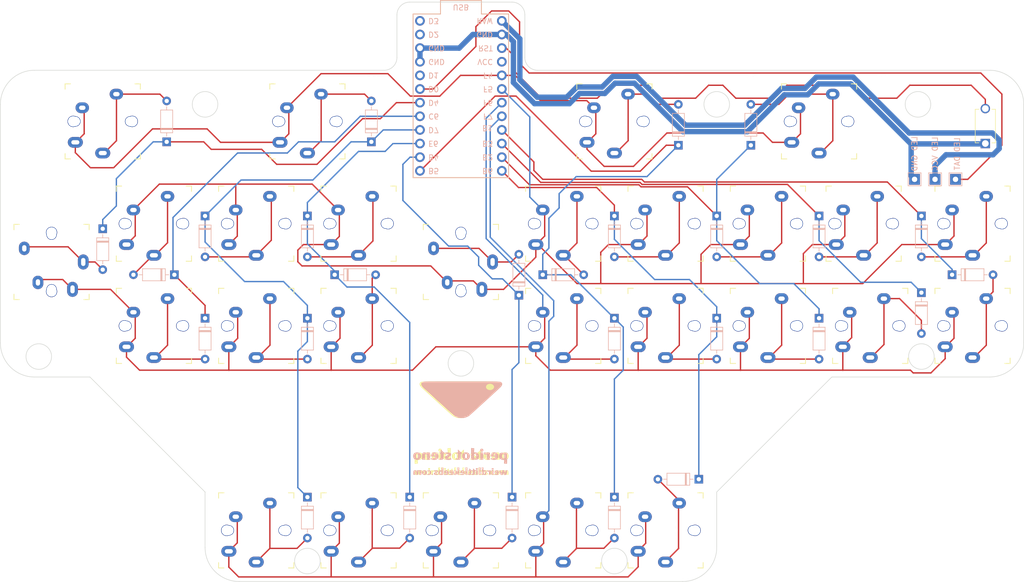
<source format=kicad_pcb>
(kicad_pcb (version 20211014) (generator pcbnew)
  (layers (0 "F.Cu" signal) (31 "B.Cu" signal) (34 "B.Paste" user) (35 "F.Paste" user) (36 "B.SilkS" user "B.Silkscreen") (37 "F.SilkS" user "F.Silkscreen") (38 "B.Mask" user) (39 "F.Mask" user) (44 "Edge.Cuts" user))
  (net 0 "")
  (net 1 "COL0")
  (net 2 "Net-(D1-Pad2)")
  (net 3 "Net-(D3-Pad2)")
  (net 4 "COL1")
  (net 5 "Net-(D7-Pad2)")
  (net 6 "Net-(D8-Pad2)")
  (net 7 "COL2")
  (net 8 "Net-(D10-Pad2)")
  (net 9 "Net-(D11-Pad2)")
  (net 10 "Net-(D12-Pad2)")
  (net 11 "COL3")
  (net 12 "Net-(D16-Pad2)")
  (net 13 "Net-(D17-Pad2)")
  (net 14 "Net-(D18-Pad2)")
  (net 15 "COL4")
  (net 16 "Net-(D20-Pad2)")
  (net 17 "Net-(D22-Pad2)")
  (net 18 "COL5")
  (net 19 "Net-(D24-Pad2)")
  (net 20 "Net-(D25-Pad2)")
  (net 21 "Net-(D26-Pad2)")
  (net 22 "Net-(D27-Pad2)")
  (net 23 "COL6")
  (net 24 "Net-(D29-Pad2)")
  (net 25 "Net-(D30-Pad2)")
  (net 26 "Net-(D31-Pad2)")
  (net 27 "COL7")
  (net 28 "Net-(D32-Pad2)")
  (net 29 "Net-(D33-Pad2)")
  (net 30 "Net-(D34-Pad2)")
  (net 31 "Net-(D35-Pad2)")
  (net 32 "COL8")
  (net 33 "Net-(D37-Pad2)")
  (net 34 "Net-(D38-Pad2)")
  (net 35 "COL9")
  (net 36 "Net-(D41-Pad2)")
  (net 37 "Net-(D42-Pad2)")
  (net 38 "GND")
  (net 39 "+5V")
  (net 40 "LED_DAT")
  (net 41 "RESET")
  (net 42 "ROW0")
  (net 43 "ROW2")
  (net 44 "ROW1")
  (net 45 "ROW3")
  (footprint "FOOTPRINTS:CherryMX_Choc_1u" (layer "F.Cu") (at 161.925 66.675)
    (fp_text reference "SW26" hide)
    (fp_text value "F" hide)
  )
  (footprint "FOOTPRINTS:CherryMX_Choc_1u" (layer "F.Cu") (at 104.775 123.825)
    (fp_text reference "SW19" hide)
    (fp_text value "A" hide)
  )
  (footprint "FOOTPRINTS:CherryMX_Choc_1u" (layer "F.Cu") (at 123.825 66.675)
    (fp_text reference "SW17" hide)
    (fp_text value "H" hide)
  )
  (footprint "FOOTPRINTS:CherryMX_Choc_1u" (layer "F.Cu") (at 238.125 66.675)
    (fp_text reference "SW42" hide)
    (fp_text value "D" hide)
  )
  (footprint "FOOTPRINTS:CherryMX_Choc_1u" (layer "F.Cu") (at 161.925 85.725)
    (fp_text reference "SW27" hide)
    (fp_text value "R" hide)
  )
  (footprint "FOOTPRINTS:CherryMX_Choc_1u" (layer "F.Cu") (at 180.975 123.825)
    (fp_text reference "SW36" hide)
    (fp_text value "U" hide)
  )
  (footprint "FOOTPRINTS:CherryMX_Choc_1u" (layer "F.Cu") (at 142.875 73.81875 90)
    (fp_text reference "SW21" hide)
    (fp_text value "*" hide)
  )
  (footprint "FOOTPRINTS:CherryMX_Choc_1u" (layer "F.Cu") (at 161.925 123.825)
    (fp_text reference "SW32" hide)
    (fp_text value "E" hide)
  )
  (footprint "FOOTPRINTS:CherryMX_Choc_1u" (layer "F.Cu") (at 142.875 123.825)
    (fp_text reference "SW28" hide)
    (fp_text value "*" hide)
  )
  (footprint "FOOTPRINTS:CherryMX_Choc_1u" (layer "F.Cu") (at 209.55 47.625)
    (fp_text reference "SW33" hide)
    (fp_text value "#" hide)
  )
  (footprint "FOOTPRINTS:CherryMX_Choc_1u" (layer "F.Cu") (at 200.025 66.675)
    (fp_text reference "SW34" hide)
    (fp_text value "L" hide)
  )
  (footprint "FOOTPRINTS:Stabilizer_MX_2u" (layer "F.Cu") (at 209.55 47.625)
    (fp_text reference "REF**" hide)
    (fp_text value "Stabilizer_MX_2u" hide)
  )
  (footprint "FOOTPRINTS:CherryMX_Choc_1u" (layer "F.Cu") (at 219.075 85.725)
    (fp_text reference "SW39" hide)
    (fp_text value "S" hide)
  )
  (footprint "FOOTPRINTS:CherryMX_Choc_1u" (layer "F.Cu") (at 180.975 85.725)
    (fp_text reference "SW31" hide)
    (fp_text value "B" hide)
  )
  (footprint "FOOTPRINTS:CherryMX_Choc_1u" (layer "F.Cu") (at 85.725 85.725)
    (fp_text reference "SW9" hide)
    (fp_text value "K" hide)
  )
  (footprint "FOOTPRINTS:ProMicro" (layer "F.Cu") (at 142.875 42.8625 -90)
    (fp_text reference "U1" hide)
    (fp_text value "ProMicro")
  )
  (footprint "FOOTPRINTS:CherryMX_Choc_1u" (layer "F.Cu") (at 104.775 66.675)
    (fp_text reference "SW12" hide)
    (fp_text value "P" hide)
  )
  (footprint "FOOTPRINTS:CherryMX_Choc_1u" (layer "F.Cu") (at 66.675 73.81875 90)
    (fp_text reference "SW4" hide)
    (fp_text value "S" hide)
  )
  (footprint "FOOTPRINTS:Stabilizer_MX_2u" (layer "F.Cu") (at 66.675 73.81875 90)
    (fp_text reference "REF**" hide)
    (fp_text value "Stabilizer_MX_2u" hide)
  )
  (footprint "FOOTPRINTS:Stabilizer_MX_2u" (layer "F.Cu") (at 142.875 73.81875 90)
    (fp_text reference "REF**" hide)
    (fp_text value "Stabilizer_MX_2u" hide)
  )
  (footprint "FOOTPRINTS:CherryMX_Choc_1u" (layer "F.Cu") (at 114.3 47.625)
    (fp_text reference "SW11" hide)
    (fp_text value "#" hide)
  )
  (footprint "FOOTPRINTS:Stabilizer_MX_2u" (layer "F.Cu") (at 171.45 47.625)
    (fp_text reference "REF**" hide)
    (fp_text value "Stabilizer_MX_2u" hide)
  )
  (footprint "FOOTPRINTS:1825965-1" (layer "F.Cu") (at 240.50625 45.24375 90)
    (fp_text reference "SW1")
    (fp_text value "RESET")
  )
  (footprint "FOOTPRINTS:CherryMX_Choc_1u" (layer "F.Cu") (at 217.85 66.675)
    (fp_text reference "SW38" hide)
    (fp_text value "T" hide)
  )
  (footprint "FOOTPRINTS:CherryMX_Choc_1u" (layer "F.Cu") (at 76.2 47.625)
    (fp_text reference "SW2" hide)
    (fp_text value "#" hide)
  )
  (footprint "FOOTPRINTS:Stabilizer_MX_2u" (layer "F.Cu") (at 76.2 47.625)
    (fp_text reference "REF**" hide)
    (fp_text value "Stabilizer_MX_2u" hide)
  )
  (footprint "FOOTPRINTS:CherryMX_Choc_1u" (layer "F.Cu") (at 200.025 85.725)
    (fp_text reference "SW35" hide)
    (fp_text value "G" hide)
  )
  (footprint "FOOTPRINTS:CherryMX_Choc_1u" (layer "F.Cu") (at 123.825 123.825)
    (fp_text reference "SW23" hide)
    (fp_text value "O" hide)
  )
  (footprint "FOOTPRINTS:CherryMX_Choc_1u" (layer "F.Cu") (at 171.45 47.625)
    (fp_text reference "SW25" hide)
    (fp_text value "#" hide)
  )
  (footprint "FOOTPRINTS:Stabilizer_MX_2u" (layer "F.Cu") (at 114.3 47.625)
    (fp_text reference "REF**" hide)
    (fp_text value "Stabilizer_MX_2u" hide)
  )
  (footprint "FOOTPRINTS:CherryMX_Choc_1u" (layer "F.Cu") (at 180.975 66.675)
    (fp_text reference "SW30" hide)
    (fp_text value "P" hide)
  )
  (footprint "FOOTPRINTS:CherryMX_Choc_1u" (layer "F.Cu") (at 238.125 85.725)
    (fp_text reference "SW43" hide)
    (fp_text value "Z" hide)
  )
  (footprint "FOOTPRINTS:STENO LOGO M" (layer "F.Cu") (at 142.875 104.775)
    (fp_text reference "G***")
    (fp_text value "LOGO" hide)
  )
  (footprint "FOOTPRINTS:CherryMX_Choc_1u" (layer "F.Cu") (at 85.725 66.675)
    (fp_text reference "SW8" hide)
    (fp_text value "T" hide)
  )
  (footprint "FOOTPRINTS:CherryMX_Choc_1u" (layer "F.Cu") (at 104.775 85.725)
    (fp_text reference "SW13" hide)
    (fp_text value "W" hide)
  )
  (footprint "FOOTPRINTS:CherryMX_Choc_1u" (layer "F.Cu") (at 123.825 85.725)
    (fp_text reference "SW18" hide)
    (fp_text value "R" hide)
  )
  (footprint "Diode_THT:D_DO-35_SOD27_P7.62mm_Horizontal" (layer "B.Cu") (at 152.4 117.63375 -90)
    (fp_text reference "D27")
    (fp_text value "D")
  )
  (footprint "Diode_THT:D_DO-35_SOD27_P7.62mm_Horizontal" (layer "B.Cu") (at 228.6 65.24625 -90)
    (fp_text reference "D41")
    (fp_text value "D")
  )
  (footprint "Diode_THT:D_DO-35_SOD27_P7.62mm_Horizontal" (layer "B.Cu") (at 190.5 65.24625 -90)
    (fp_text reference "D33")
    (fp_text value "D")
  )
  (footprint "Diode_THT:D_DO-35_SOD27_P7.62mm_Horizontal" (layer "B.Cu") (at 190.5 84.29625 -90)
    (fp_text reference "D30")
    (fp_text value "D")
  )
  (footprint "Diode_THT:D_DO-35_SOD27_P7.62mm_Horizontal" (layer "B.Cu") (at 171.45 117.63375 -90)
    (fp_text reference "D31")
    (fp_text value "D")
  )
  (footprint "Diode_THT:D_DO-35_SOD27_P7.62mm_Horizontal" (layer "B.Cu") (at 114.3 84.29625 -90)
    (fp_text reference "D12")
    (fp_text value "D")
  )
  (footprint "Diode_THT:D_DO-35_SOD27_P7.62mm_Horizontal" (layer "B.Cu") (at 133.35 117.63375 -90)
    (fp_text reference "D22")
    (fp_text value "D")
  )
  (footprint "Diode_THT:D_DO-35_SOD27_P7.62mm_Horizontal" (layer "B.Cu") (at 234.315 76.2)
    (fp_text reference "D42")
    (fp_text value "D")
  )
  (footprint "Diode_THT:D_DO-35_SOD27_P7.62mm_Horizontal" (layer "B.Cu") (at 209.55 65.24625 -90)
    (fp_text reference "D37")
    (fp_text value "D")
  )
  (footprint "Diode_THT:D_DO-35_SOD27_P7.62mm_Horizontal" (layer "B.Cu") (at 88.10625 51.435 90)
    (fp_text reference "D1")
    (fp_text value "D")
  )
  (footprint "Diode_THT:D_DO-35_SOD27_P7.62mm_Horizontal" (layer "B.Cu") (at 119.38 76.2)
    (fp_text reference "D17")
    (fp_text value "D")
  )
  (footprint "FOOTPRINTS:STENO LOGO M" (layer "B.Cu") (at 142.875 104.775 180)
    (fp_text reference "G***")
    (fp_text value "LOGO" hide)
  )
  (footprint "Diode_THT:D_DO-35_SOD27_P7.62mm_Horizontal" (layer "B.Cu") (at 171.45 65.24625 -90)
    (fp_text reference "D29")
    (fp_text value "D")
  )
  (footprint "TestPoint:TestPoint_THTPad_2.0x2.0mm_Drill1.0mm" (layer "B.Cu") (at 227.33 58.42)
    (fp_text reference "J3")
    (fp_text value "LED GND")
  )
  (footprint "Diode_THT:D_DO-35_SOD27_P7.62mm_Horizontal" (layer "B.Cu") (at 228.6 79.53375 -90)
    (fp_text reference "D38")
    (fp_text value "D")
  )
  (footprint "Diode_THT:D_DO-35_SOD27_P7.62mm_Horizontal" (layer "B.Cu") (at 158.115 76.2)
    (fp_text reference "D25")
    (fp_text value "D")
  )
  (footprint "Diode_THT:D_DO-35_SOD27_P7.62mm_Horizontal" (layer "B.Cu") (at 76.2 67.6275 -90)
    (fp_text reference "D3")
    (fp_text value "D")
  )
  (footprint "TestPoint:TestPoint_THTPad_2.0x2.0mm_Drill1.0mm" (layer "B.Cu") (at 231.14 58.42)
    (fp_text reference "J1")
    (fp_text value "LED VCC")
  )
  (footprint "Diode_THT:D_DO-35_SOD27_P7.62mm_Horizontal" (layer "B.Cu") (at 171.45 84.29625 -90)
    (fp_text reference "D26")
    (fp_text value "D")
  )
  (footprint "Diode_THT:D_DO-35_SOD27_P7.62mm_Horizontal" (layer "B.Cu") (at 114.3 65.24625 -90)
    (fp_text reference "D16")
    (fp_text value "D")
  )
  (footprint "TestPoint:TestPoint_THTPad_2.0x2.0mm_Drill1.0mm" (layer "B.Cu") (at 234.95 58.42)
    (fp_text reference "J2")
    (fp_text value "LED DAT")
  )
  (footprint "Diode_THT:D_DO-35_SOD27_P7.62mm_Horizontal" (layer "B.Cu") (at 95.25 65.24625 -90)
    (fp_text reference "D11")
    (fp_text value "D")
  )
  (footprint "Diode_THT:D_DO-35_SOD27_P7.62mm_Horizontal" (layer "B.Cu") (at 89.535 76.2 180)
    (fp_text reference "D7")
    (fp_text value "D")
  )
  (footprint "Diode_THT:D_DO-35_SOD27_P7.62mm_Horizontal" (layer "B.Cu") (at 183.35625 52.07 90)
    (fp_text reference "D24")
    (fp_text value "D")
  )
  (footprint "Diode_THT:D_DO-35_SOD27_P7.62mm_Horizontal" (layer "B.Cu") (at 95.25 84.29625 -90)
    (fp_text reference "D8")
    (fp_text value "D")
  )
  (footprint "Diode_THT:D_DO-35_SOD27_P7.62mm_Horizontal" (layer "B.Cu") (at 196.85 52.07 90)
    (fp_text reference "D32")
    (fp_text value "D")
  )
  (footprint "Diode_THT:D_DO-35_SOD27_P7.62mm_Horizontal" (layer "B.Cu") (at 126.20625 51.435 90)
    (fp_text reference "D10")
    (fp_text value "D")
  )
  (footprint "Diode_THT:D_DO-35_SOD27_P7.62mm_Horizontal" (layer "B.Cu") (at 209.55 84.29625 -90)
    (fp_text reference "D34")
    (fp_text value "D")
  )
  (footprint "Diode_THT:D_DO-35_SOD27_P7.62mm_Horizontal" (layer "B.Cu") (at 187.16625 114.3 180)
    (fp_text reference "D35")
    (fp_text value "D")
  )
  (footprint "Diode_THT:D_DO-35_SOD27_P7.62mm_Horizontal" (layer "B.Cu") (at 114.3 117.63375 -90)
    (fp_text reference "D18")
    (fp_text value "D")
  )
  (footprint "Diode_THT:D_DO-35_SOD27_P7.62mm_Horizontal" (layer "B.Cu") (at 153.67 80.01 90)
    (fp_text reference "D20")
    (fp_text value "D")
  )
  (gr_line (start 73.81875 95.25) (end 63.5 95.25) (layer "Edge.Cuts") (width 0.1))
  (gr_arc (start 101.6 133.35) (mid 97.109872 131.490128) (end 95.25 127) (layer "Edge.Cuts") (width 0.1))
  (gr_line (start 241.3 95.25) (end 211.93125 95.25) (layer "Edge.Cuts") (width 0.1))
  (gr_arc (start 247.65 88.9) (mid 245.790128 93.390128) (end 241.3 95.25) (layer "Edge.Cuts") (width 0.1))
  (gr_circle (center 228.6 91.44) (end 230.98125 91.44) (layer "Edge.Cuts") (width 0.1) (fill none))
  (gr_line (start 130.96875 27.78125) (end 130.96875 35.71875) (layer "Edge.Cuts") (width 0.1))
  (gr_arc (start 130.96875 35.71875) (mid 130.271298 37.402548) (end 128.5875 38.1) (layer "Edge.Cuts") (width 0.1))
  (gr_circle (center 190.5 44.45) (end 192.88125 44.45) (layer "Edge.Cuts") (width 0.1) (fill none))
  (gr_line (start 95.25 116.68125) (end 73.81875 95.25) (layer "Edge.Cuts") (width 0.1))
  (gr_circle (center 64.29375 91.44) (end 66.675 91.44) (layer "Edge.Cuts") (width 0.1) (fill none))
  (gr_line (start 211.93125 95.25) (end 190.5 116.68125) (layer "Edge.Cuts") (width 0.1))
  (gr_line (start 154.78125 27.78125) (end 154.78125 35.71875) (layer "Edge.Cuts") (width 0.1))
  (gr_line (start 128.5875 38.1) (end 63.5 38.1) (layer "Edge.Cuts") (width 0.1))
  (gr_arc (start 157.1625 38.1) (mid 155.478702 37.402548) (end 154.78125 35.71875) (layer "Edge.Cuts") (width 0.1))
  (gr_circle (center 114.3 129.54) (end 116.68125 129.54) (layer "Edge.Cuts") (width 0.1) (fill none))
  (gr_circle (center 95.25 44.45) (end 97.63125 44.45) (layer "Edge.Cuts") (width 0.1) (fill none))
  (gr_line (start 133.35 25.4) (end 152.4 25.4) (layer "Edge.Cuts") (width 0.1))
  (gr_arc (start 63.5 95.25) (mid 59.009872 93.390128) (end 57.15 88.9) (layer "Edge.Cuts") (width 0.1))
  (gr_line (start 247.65 44.45) (end 247.65 88.9) (layer "Edge.Cuts") (width 0.1))
  (gr_arc (start 130.96875 27.78125) (mid 131.66622 26.097484) (end 133.35 25.4) (layer "Edge.Cuts") (width 0.1))
  (gr_line (start 57.15 88.9) (end 57.15 44.45) (layer "Edge.Cuts") (width 0.1))
  (gr_circle (center 171.45 129.54) (end 173.83125 129.54) (layer "Edge.Cuts") (width 0.1) (fill none))
  (gr_arc (start 241.3 38.1) (mid 245.790128 39.959872) (end 247.65 44.45) (layer "Edge.Cuts") (width 0.1))
  (gr_line (start 157.1625 38.1) (end 241.3 38.1) (layer "Edge.Cuts") (width 0.1))
  (gr_circle (center 227.965 44.45) (end 230.34625 44.45) (layer "Edge.Cuts") (width 0.1) (fill none))
  (gr_line (start 95.25 116.68125) (end 95.25 127) (layer "Edge.Cuts") (width 0.1))
  (gr_arc (start 152.4 25.4) (mid 154.083816 26.097449) (end 154.78125 27.78125) (layer "Edge.Cuts") (width 0.1))
  (gr_circle (center 142.875 92.71) (end 145.25625 92.71) (layer "Edge.Cuts") (width 0.1) (fill none))
  (gr_line (start 190.5 127) (end 190.5 116.68125) (layer "Edge.Cuts") (width 0.1))
  (gr_arc (start 190.5 127) (mid 188.640128 131.490128) (end 184.15 133.35) (layer "Edge.Cuts") (width 0.1))
  (gr_line (start 101.6 133.35) (end 184.15 133.35) (layer "Edge.Cuts") (width 0.1))
  (gr_arc (start 57.15 44.45) (mid 59.009872 39.959872) (end 63.5 38.1) (layer "Edge.Cuts") (width 0.1))
  (segment (start 116.078 55.626) (end 124.587 47.117) (width 0.25) (layer "F.Cu") (net 1))
  (segment (start 127.889 47.117) (end 130.8735 44.1325) (width 0.25) (layer "F.Cu") (net 1))
  (segment (start 124.587 47.117) (end 127.889 47.117) (width 0.25) (layer "F.Cu") (net 1))
  (segment (start 88.10625 51.435) (end 94.996 51.435) (width 0.25) (layer "F.Cu") (net 1))
  (segment (start 108.585 55.626) (end 116.078 55.626) (width 0.25) (layer "F.Cu") (net 1))
  (segment (start 94.996 51.435) (end 96.393 52.832) (width 0.25) (layer "F.Cu") (net 1))
  (segment (start 105.791 52.832) (end 108.585 55.626) (width 0.25) (layer "F.Cu") (net 1))
  (segment (start 130.8735 44.1325) (end 135.255 44.1325) (width 0.25) (layer "F.Cu") (net 1))
  (segment (start 96.393 52.832) (end 105.791 52.832) (width 0.25) (layer "F.Cu") (net 1))
  (segment (start 85.598 51.435) (end 78.74 58.293) (width 0.25) (layer "B.Cu") (net 1))
  (segment (start 78.74 63.373) (end 76.2 65.913) (width 0.25) (layer "B.Cu") (net 1))
  (segment (start 78.74 58.293) (end 78.74 63.373) (width 0.25) (layer "B.Cu") (net 1))
  (segment (start 88.10625 51.435) (end 85.598 51.435) (width 0.25) (layer "B.Cu") (net 1))
  (segment (start 76.2 65.913) (end 76.2 67.6275) (width 0.25) (layer "B.Cu") (net 1))
  (segment (start 78.74 42.545) (end 86.83625 42.545) (width 0.25) (layer "F.Cu") (net 2))
  (segment (start 78.76 51.222) (end 76.42 53.562) (width 0.25) (layer "F.Cu") (net 2))
  (segment (start 78.76 42.582) (end 78.76 51.222) (width 0.25) (layer "F.Cu") (net 2))
  (segment (start 76.035 53.562) (end 76.22 53.562) (width 0.25) (layer "F.Cu") (net 2))
  (segment (start 86.83625 42.545) (end 88.10625 43.815) (width 0.25) (layer "F.Cu") (net 2))
  (segment (start 76.42 53.562) (end 76.22 53.562) (width 0.25) (layer "F.Cu") (net 2))
  (segment (start 72.575 73.81875) (end 74.77125 73.81875) (width 0.25) (layer "F.Cu") (net 3))
  (segment (start 74.77125 73.81875) (end 76.2 75.2475) (width 0.25) (layer "F.Cu") (net 3))
  (segment (start 61.595 71.27875) (end 61.88075 70.993) (width 0.25) (layer "F.Cu") (net 3))
  (segment (start 61.88075 70.993) (end 69.74925 70.993) (width 0.25) (layer "F.Cu") (net 3))
  (segment (start 69.74925 70.993) (end 72.575 73.81875) (width 0.25) (layer "F.Cu") (net 3))
  (segment (start 95.25 84.29625) (end 95.25 81.915) (width 0.25) (layer "F.Cu") (net 4))
  (segment (start 95.25 81.915) (end 89.535 76.2) (width 0.25) (layer "F.Cu") (net 4))
  (segment (start 135.255 46.6725) (end 124.1425 46.6725) (width 0.25) (layer "B.Cu") (net 4))
  (segment (start 119.38 51.435) (end 112.649 51.435) (width 0.25) (layer "B.Cu") (net 4))
  (segment (start 89.281 65.532) (end 89.281 75.946) (width 0.25) (layer "B.Cu") (net 4))
  (segment (start 89.281 75.946) (end 89.535 76.2) (width 0.25) (layer "B.Cu") (net 4))
  (segment (start 110.572901 53.511099) (end 101.301901 53.511099) (width 0.25) (layer "B.Cu") (net 4))
  (segment (start 124.1425 46.6725) (end 119.38 51.435) (width 0.25) (layer "B.Cu") (net 4))
  (segment (start 101.301901 53.511099) (end 89.281 65.532) (width 0.25) (layer "B.Cu") (net 4))
  (segment (start 112.649 51.435) (end 110.572901 53.511099) (width 0.25) (layer "B.Cu") (net 4))
  (segment (start 85.54 72.575) (end 85.725 72.575) (width 0.25) (layer "F.Cu") (net 5))
  (segment (start 88.265 70.235) (end 85.925 72.575) (width 0.25) (layer "F.Cu") (net 5))
  (segment (start 81.915 76.2) (end 85.54 72.575) (width 0.25) (layer "F.Cu") (net 5))
  (segment (start 85.925 72.575) (end 85.725 72.575) (width 0.25) (layer "F.Cu") (net 5))
  (segment (start 88.265 61.595) (end 88.265 70.235) (width 0.25) (layer "F.Cu") (net 5))
  (segment (start 88.265 89.322) (end 85.925 91.662) (width 0.25) (layer "F.Cu") (net 6))
  (segment (start 95.25 91.91625) (end 86.01625 91.91625) (width 0.25) (layer "F.Cu") (net 6))
  (segment (start 85.54 91.662) (end 85.725 91.662) (width 0.25) (layer "F.Cu") (net 6))
  (segment (start 88.265 80.682) (end 88.265 89.322) (width 0.25) (layer "F.Cu") (net 6))
  (segment (start 86.01625 91.91625) (end 85.725 91.625) (width 0.25) (layer "F.Cu") (net 6))
  (segment (start 85.925 91.662) (end 85.725 91.662) (width 0.25) (layer "F.Cu") (net 6))
  (segment (start 135.255 49.2125) (end 128.42875 49.2125) (width 0.25) (layer "B.Cu") (net 7))
  (segment (start 114.3 88.646) (end 112.522 90.424) (width 0.25) (layer "B.Cu") (net 7))
  (segment (start 114.3 84.29625) (end 114.3 88.646) (width 0.25) (layer "B.Cu") (net 7))
  (segment (start 128.42875 49.2125) (end 126.20625 51.435) (width 0.25) (layer "B.Cu") (net 7))
  (segment (start 101.94925 58.547) (end 95.25 65.24625) (width 0.25) (layer "B.Cu") (net 7))
  (segment (start 112.522 90.424) (end 112.522 115.85575) (width 0.25) (layer "B.Cu") (net 7))
  (segment (start 126.20625 51.435) (end 122.428 51.435) (width 0.25) (layer "B.Cu") (net 7))
  (segment (start 112.522 115.85575) (end 114.3 117.63375) (width 0.25) (layer "B.Cu") (net 7))
  (segment (start 102.616 77.47) (end 109.855 77.47) (width 0.25) (layer "B.Cu") (net 7))
  (segment (start 109.855 77.47) (end 114.3 81.915) (width 0.25) (layer "B.Cu") (net 7))
  (segment (start 122.428 51.435) (end 115.316 58.547) (width 0.25) (layer "B.Cu") (net 7))
  (segment (start 95.25 65.24625) (end 95.25 70.104) (width 0.25) (layer "B.Cu") (net 7))
  (segment (start 115.316 58.547) (end 101.94925 58.547) (width 0.25) (layer "B.Cu") (net 7))
  (segment (start 114.3 81.915) (end 114.3 84.29625) (width 0.25) (layer "B.Cu") (net 7))
  (segment (start 95.25 70.104) (end 102.616 77.47) (width 0.25) (layer "B.Cu") (net 7))
  (segment (start 116.84 42.545) (end 124.93625 42.545) (width 0.25) (layer "F.Cu") (net 8))
  (segment (start 114.52 53.562) (end 114.32 53.562) (width 0.25) (layer "F.Cu") (net 8))
  (segment (start 116.86 51.222) (end 114.52 53.562) (width 0.25) (layer "F.Cu") (net 8))
  (segment (start 116.86 42.582) (end 116.86 51.222) (width 0.25) (layer "F.Cu") (net 8))
  (segment (start 124.93625 42.545) (end 126.20625 43.815) (width 0.25) (layer "F.Cu") (net 8))
  (segment (start 114.135 53.562) (end 114.32 53.562) (width 0.25) (layer "F.Cu") (net 8))
  (segment (start 104.48375 72.86625) (end 104.775 72.575) (width 0.25) (layer "F.Cu") (net 9))
  (segment (start 107.315 61.595) (end 107.586362 61.866362) (width 0.25) (layer "F.Cu") (net 9))
  (segment (start 107.586362 69.763638) (end 104.775 72.575) (width 0.25) (layer "F.Cu") (net 9))
  (segment (start 95.25 72.86625) (end 104.48375 72.86625) (width 0.25) (layer "F.Cu") (net 9))
  (segment (start 107.586362 61.866362) (end 107.586362 69.763638) (width 0.25) (layer "F.Cu") (net 9))
  (segment (start 104.995 91.662) (end 104.795 91.662) (width 0.25) (layer "F.Cu") (net 10))
  (segment (start 104.61 91.662) (end 104.795 91.662) (width 0.25) (layer "F.Cu") (net 10))
  (segment (start 107.335 80.682) (end 107.335 89.322) (width 0.25) (layer "F.Cu") (net 10))
  (segment (start 105.06625 91.91625) (end 104.775 91.625) (width 0.25) (layer "F.Cu") (net 10))
  (segment (start 114.3 91.91625) (end 105.06625 91.91625) (width 0.25) (layer "F.Cu") (net 10))
  (segment (start 107.335 89.322) (end 104.995 91.662) (width 0.25) (layer "F.Cu") (net 10))
  (segment (start 128.778 53.213) (end 123.825 53.213) (width 0.25) (layer "B.Cu") (net 11))
  (segment (start 114.3 70.443701) (end 119.38 75.523701) (width 0.25) (layer "B.Cu") (net 11))
  (segment (start 121.666 78.486) (end 126.746 78.486) (width 0.25) (layer "B.Cu") (net 11))
  (segment (start 119.38 76.2) (end 121.666 78.486) (width 0.25) (layer "B.Cu") (net 11))
  (segment (start 126.746 78.486) (end 133.35 85.09) (width 0.25) (layer "B.Cu") (net 11))
  (segment (start 119.38 75.523701) (end 119.38 76.2) (width 0.25) (layer "B.Cu") (net 11))
  (segment (start 135.255 51.7525) (end 130.2385 51.7525) (width 0.25) (layer "B.Cu") (net 11))
  (segment (start 114.3 62.738) (end 114.3 65.24625) (width 0.25) (layer "B.Cu") (net 11))
  (segment (start 123.825 53.213) (end 114.3 62.738) (width 0.25) (layer "B.Cu") (net 11))
  (segment (start 114.3 65.24625) (end 114.3 70.443701) (width 0.25) (layer "B.Cu") (net 11))
  (segment (start 130.2385 51.7525) (end 128.778 53.213) (width 0.25) (layer "B.Cu") (net 11))
  (segment (start 133.35 85.09) (end 133.35 117.63375) (width 0.25) (layer "B.Cu") (net 11))
  (segment (start 114.3 72.86625) (end 123.53375 72.86625) (width 0.25) (layer "F.Cu") (net 12))
  (segment (start 126.5 69.9) (end 123.825 72.575) (width 0.25) (layer "F.Cu") (net 12))
  (segment (start 123.53375 72.86625) (end 123.825 72.575) (width 0.25) (layer "F.Cu") (net 12))
  (segment (start 126.5 61.73) (end 126.5 69.9) (width 0.25) (layer "F.Cu") (net 12))
  (segment (start 126.365 61.595) (end 126.5 61.73) (width 0.25) (layer "F.Cu") (net 12))
  (segment (start 126.385 89.322) (end 124.045 91.662) (width 0.25) (layer "F.Cu") (net 13))
  (segment (start 124.045 91.662) (end 123.845 91.662) (width 0.25) (layer "F.Cu") (net 13))
  (segment (start 126.385 80.682) (end 126.385 89.322) (width 0.25) (layer "F.Cu") (net 13))
  (segment (start 123.66 91.662) (end 123.845 91.662) (width 0.25) (layer "F.Cu") (net 13))
  (segment (start 126.365 76.835) (end 127 76.2) (width 0.25) (layer "F.Cu") (net 13))
  (segment (start 126.365 80.645) (end 126.365 76.835) (width 0.25) (layer "F.Cu") (net 13))
  (segment (start 104.775 129.725) (end 107.315 127.185) (width 0.25) (layer "F.Cu") (net 14))
  (segment (start 112.36875 127.185) (end 107.315 127.185) (width 0.25) (layer "F.Cu") (net 14))
  (segment (start 114.3 125.25375) (end 112.36875 127.185) (width 0.25) (layer "F.Cu") (net 14))
  (segment (start 107.315 127.185) (end 107.315 118.745) (width 0.25) (layer "F.Cu") (net 14))
  (segment (start 144.145 70.866) (end 140.589 70.866) (width 0.25) (layer "B.Cu") (net 15))
  (segment (start 132.08 55.626) (end 133.4135 54.2925) (width 0.25) (layer "B.Cu") (net 15))
  (segment (start 133.4135 54.2925) (end 135.255 54.2925) (width 0.25) (layer "B.Cu") (net 15))
  (segment (start 152.4 117.63375) (end 152.4 93.853) (width 0.25) (layer "B.Cu") (net 15))
  (segment (start 140.589 70.866) (end 132.08 62.357) (width 0.25) (layer "B.Cu") (net 15))
  (segment (start 152.4 93.853) (end 153.67 92.583) (width 0.25) (layer "B.Cu") (net 15))
  (segment (start 146.177 72.898) (end 144.145 70.866) (width 0.25) (layer "B.Cu") (net 15))
  (segment (start 150.622 76.962) (end 148.717 76.962) (width 0.25) (layer "B.Cu") (net 15))
  (segment (start 132.08 62.357) (end 132.08 55.626) (width 0.25) (layer "B.Cu") (net 15))
  (segment (start 153.67 92.583) (end 153.67 80.01) (width 0.25) (layer "B.Cu") (net 15))
  (segment (start 153.67 80.01) (end 150.622 76.962) (width 0.25) (layer "B.Cu") (net 15))
  (segment (start 148.717 76.962) (end 146.177 74.422) (width 0.25) (layer "B.Cu") (net 15))
  (segment (start 146.177 74.422) (end 146.177 72.898) (width 0.25) (layer "B.Cu") (net 15))
  (segment (start 146.235 71.27875) (end 148.775 73.81875) (width 0.25) (layer "F.Cu") (net 16))
  (segment (start 148.775 73.81875) (end 152.24125 73.81875) (width 0.25) (layer "F.Cu") (net 16))
  (segment (start 152.24125 73.81875) (end 153.67 72.39) (width 0.25) (layer "F.Cu") (net 16))
  (segment (start 137.795 71.27875) (end 146.235 71.27875) (width 0.25) (layer "F.Cu") (net 16))
  (segment (start 126.365 127.135) (end 131.46875 127.135) (width 0.25) (layer "F.Cu") (net 17))
  (segment (start 131.46875 127.135) (end 133.35 125.25375) (width 0.25) (layer "F.Cu") (net 17))
  (segment (start 126.365 127.185) (end 126.365 127.135) (width 0.25) (layer "F.Cu") (net 17))
  (segment (start 126.365 127.135) (end 126.365 118.745) (width 0.25) (layer "F.Cu") (net 17))
  (segment (start 123.825 129.725) (end 126.365 127.185) (width 0.25) (layer "F.Cu") (net 17))
  (segment (start 149.2435 42.9075) (end 135.3185 56.8325) (width 0.25) (layer "F.Cu") (net 18))
  (segment (start 183.35625 52.07) (end 181.102 52.07) (width 0.25) (layer "F.Cu") (net 18))
  (segment (start 167.132 56.896) (end 153.1435 42.9075) (width 0.25) (layer "F.Cu") (net 18))
  (segment (start 176.276 56.896) (end 167.132 56.896) (width 0.25) (layer "F.Cu") (net 18))
  (segment (start 153.1435 42.9075) (end 149.2435 42.9075) (width 0.25) (layer "F.Cu") (net 18))
  (segment (start 135.3185 56.8325) (end 135.255 56.8325) (width 0.25) (layer "F.Cu") (net 18))
  (segment (start 181.102 52.07) (end 176.276 56.896) (width 0.25) (layer "F.Cu") (net 18))
  (segment (start 159.258 71.247) (end 158.115 72.39) (width 0.25) (layer "B.Cu") (net 18))
  (segment (start 171.45 84.29625) (end 173.101 85.94725) (width 0.25) (layer "B.Cu") (net 18))
  (segment (start 173.101 85.94725) (end 173.101 93.98) (width 0.25) (layer "B.Cu") (net 18))
  (segment (start 159.258 65.659) (end 159.258 71.247) (width 0.25) (layer "B.Cu") (net 18))
  (segment (start 158.115 76.2) (end 163.322 76.2) (width 0.25) (layer "B.Cu") (net 18))
  (segment (start 158.115 72.39) (end 158.115 76.2) (width 0.25) (layer "B.Cu") (net 18))
  (segment (start 164.338 57.912) (end 161.163 61.087) (width 0.25) (layer "B.Cu") (net 18))
  (segment (start 183.35625 52.07) (end 177.51425 57.912) (width 0.25) (layer "B.Cu") (net 18))
  (segment (start 171.41825 84.29625) (end 171.45 84.29625) (width 0.25) (layer "B.Cu") (net 18))
  (segment (start 161.163 63.754) (end 159.258 65.659) (width 0.25) (layer "B.Cu") (net 18))
  (segment (start 163.322 76.2) (end 171.41825 84.29625) (width 0.25) (layer "B.Cu") (net 18))
  (segment (start 177.51425 57.912) (end 164.338 57.912) (width 0.25) (layer "B.Cu") (net 18))
  (segment (start 173.101 93.98) (end 171.45 95.631) (width 0.25) (layer "B.Cu") (net 18))
  (segment (start 161.163 61.087) (end 161.163 63.754) (width 0.25) (layer "B.Cu") (net 18))
  (segment (start 171.45 95.631) (end 171.45 117.63375) (width 0.25) (layer "B.Cu") (net 18))
  (segment (start 174.01 42.582) (end 174.01 51.222) (width 0.25) (layer "F.Cu") (net 19))
  (segment (start 174.01 51.222) (end 171.67 53.562) (width 0.25) (layer "F.Cu") (net 19))
  (segment (start 173.99 42.545) (end 177.419 42.545) (width 0.25) (layer "F.Cu") (net 19))
  (segment (start 179.324 44.45) (end 183.35625 44.45) (width 0.25) (layer "F.Cu") (net 19))
  (segment (start 177.419 42.545) (end 179.324 44.45) (width 0.25) (layer "F.Cu") (net 19))
  (segment (start 171.67 53.562) (end 171.47 53.562) (width 0.25) (layer "F.Cu") (net 19))
  (segment (start 171.285 53.562) (end 171.47 53.562) (width 0.25) (layer "F.Cu") (net 19))
  (segment (start 164.485 70.272) (end 162.145 72.612) (width 0.25) (layer "F.Cu") (net 20))
  (segment (start 162.11 72.575) (end 165.735 76.2) (width 0.25) (layer "F.Cu") (net 20))
  (segment (start 161.925 72.575) (end 162.11 72.575) (width 0.25) (layer "F.Cu") (net 20))
  (segment (start 162.145 72.612) (end 161.945 72.612) (width 0.25) (layer "F.Cu") (net 20))
  (segment (start 164.485 61.632) (end 164.485 70.272) (width 0.25) (layer "F.Cu") (net 20))
  (segment (start 161.76 72.612) (end 161.945 72.612) (width 0.25) (layer "F.Cu") (net 20))
  (segment (start 164.485 80.682) (end 164.485 89.322) (width 0.25) (layer "F.Cu") (net 21))
  (segment (start 162.145 91.662) (end 161.945 91.662) (width 0.25) (layer "F.Cu") (net 21))
  (segment (start 162.21625 91.91625) (end 161.925 91.625) (width 0.25) (layer "F.Cu") (net 21))
  (segment (start 161.76 91.662) (end 161.945 91.662) (width 0.25) (layer "F.Cu") (net 21))
  (segment (start 171.45 91.91625) (end 162.21625 91.91625) (width 0.25) (layer "F.Cu") (net 21))
  (segment (start 164.485 89.322) (end 162.145 91.662) (width 0.25) (layer "F.Cu") (net 21))
  (segment (start 145.39 127.21) (end 145.39 127.16) (width 0.25) (layer "F.Cu") (net 22))
  (segment (start 142.85 129.75) (end 145.39 127.21) (width 0.25) (layer "F.Cu") (net 22))
  (segment (start 145.39 127.16) (end 145.39 118.77) (width 0.25) (layer "F.Cu") (net 22))
  (segment (start 150.49375 127.16) (end 152.375 125.27875) (width 0.25) (layer "F.Cu") (net 22))
  (segment (start 145.39 127.16) (end 150.49375 127.16) (width 0.25) (layer "F.Cu") (net 22))
  (segment (start 171.45 63.246) (end 171.45 65.24625) (width 0.25) (layer "F.Cu") (net 23))
  (segment (start 150.495 56.8325) (end 153.6065 59.944) (width 0.25) (layer "F.Cu") (net 23))
  (segment (start 168.148 59.944) (end 171.45 63.246) (width 0.25) (layer "F.Cu") (net 23))
  (segment (start 153.6065 59.944) (end 168.148 59.944) (width 0.25) (layer "F.Cu") (net 23))
  (segment (start 190.5 84.29625) (end 190.5 82.169) (width 0.25) (layer "B.Cu") (net 23))
  (segment (start 190.5 84.29625) (end 190.5 87.757) (width 0.25) (layer "B.Cu") (net 23))
  (segment (start 190.5 82.169) (end 185.42 77.089) (width 0.25) (layer "B.Cu") (net 23))
  (segment (start 171.45 69.596) (end 171.45 65.24625) (width 0.25) (layer "B.Cu") (net 23))
  (segment (start 178.943 77.089) (end 171.45 69.596) (width 0.25) (layer "B.Cu") (net 23))
  (segment (start 190.5 87.757) (end 187.16625 91.09075) (width 0.25) (layer "B.Cu") (net 23))
  (segment (start 185.42 77.089) (end 178.943 77.089) (width 0.25) (layer "B.Cu") (net 23))
  (segment (start 187.16625 91.09075) (end 187.16625 114.3) (width 0.25) (layer "B.Cu") (net 23))
  (segment (start 171.45 72.86625) (end 180.68375 72.86625) (width 0.25) (layer "F.Cu") (net 24))
  (segment (start 180.81 72.612) (end 180.995 72.612) (width 0.25) (layer "F.Cu") (net 24))
  (segment (start 183.535 61.632) (end 183.535 70.272) (width 0.25) (layer "F.Cu") (net 24))
  (segment (start 181.195 72.612) (end 180.995 72.612) (width 0.25) (layer "F.Cu") (net 24))
  (segment (start 183.535 70.272) (end 181.195 72.612) (width 0.25) (layer "F.Cu") (net 24))
  (segment (start 180.68375 72.86625) (end 180.975 72.575) (width 0.25) (layer "F.Cu") (net 24))
  (segment (start 190.5 91.91625) (end 181.26625 91.91625) (width 0.25) (layer "F.Cu") (net 25))
  (segment (start 180.81 91.662) (end 180.995 91.662) (width 0.25) (layer "F.Cu") (net 25))
  (segment (start 183.535 80.682) (end 183.535 89.322) (width 0.25) (layer "F.Cu") (net 25))
  (segment (start 181.26625 91.91625) (end 180.975 91.625) (width 0.25) (layer "F.Cu") (net 25))
  (segment (start 183.535 89.322) (end 181.195 91.662) (width 0.25) (layer "F.Cu") (net 25))
  (segment (start 181.195 91.662) (end 180.995 91.662) (width 0.25) (layer "F.Cu") (net 25))
  (segment (start 164.39 127.16) (end 169.49375 127.16) (width 0.25) (layer "F.Cu") (net 26))
  (segment (start 161.85 129.75) (end 164.39 127.21) (width 0.25) (layer "F.Cu") (net 26))
  (segment (start 164.39 127.16) (end 164.39 118.77) (width 0.25) (layer "F.Cu") (net 26))
  (segment (start 164.39 127.21) (end 164.39 127.16) (width 0.25) (layer "F.Cu") (net 26))
  (segment (start 169.49375 127.16) (end 171.375 125.27875) (width 0.25) (layer "F.Cu") (net 26))
  (segment (start 176.403 59.817) (end 176.022 59.436) (width 0.25) (layer "F.Cu") (net 27))
  (segment (start 190.5 65.24625) (end 185.07075 59.817) (width 0.25) (layer "F.Cu") (net 27))
  (segment (start 185.07075 59.817) (end 176.403 59.817) (width 0.25) (layer "F.Cu") (net 27))
  (segment (start 155.6385 59.436) (end 150.495 54.2925) (width 0.25) (layer "F.Cu") (net 27))
  (segment (start 176.022 59.436) (end 155.6385 59.436) (width 0.25) (layer "F.Cu") (net 27))
  (segment (start 209.55 82.55) (end 209.55 84.29625) (width 0.25) (layer "B.Cu") (net 27))
  (segment (start 190.5 69.85) (end 198.501 77.851) (width 0.25) (layer "B.Cu") (net 27))
  (segment (start 190.5 65.24625) (end 190.5 58.42) (width 0.25) (layer "B.Cu") (net 27))
  (segment (start 190.5 58.42) (end 196.85 52.07) (width 0.25) (layer "B.Cu") (net 27))
  (segment (start 190.5 65.24625) (end 190.5 69.85) (width 0.25) (layer "B.Cu") (net 27))
  (segment (start 198.501 77.851) (end 204.851 77.851) (width 0.25) (layer "B.Cu") (net 27))
  (segment (start 204.851 77.851) (end 209.55 82.55) (width 0.25) (layer "B.Cu") (net 27))
  (segment (start 196.85 44.45) (end 202.049441 44.45) (width 0.25) (layer "F.Cu") (net 28))
  (segment (start 212.11 42.582) (end 212.11 51.222) (width 0.25) (layer "F.Cu") (net 28))
  (segment (start 203.954441 42.545) (end 212.09 42.545) (width 0.25) (layer "F.Cu") (net 28))
  (segment (start 202.049441 44.45) (end 203.954441 42.545) (width 0.25) (layer "F.Cu") (net 28))
  (segment (start 212.11 51.222) (end 209.77 53.562) (width 0.25) (layer "F.Cu") (net 28))
  (segment (start 209.385 53.562) (end 209.57 53.562) (width 0.25) (layer "F.Cu") (net 28))
  (segment (start 209.77 53.562) (end 209.57 53.562) (width 0.25) (layer "F.Cu") (net 28))
  (segment (start 190.5 72.86625) (end 199.73375 72.86625) (width 0.25) (layer "F.Cu") (net 29))
  (segment (start 200.245 72.612) (end 200.045 72.612) (width 0.25) (layer "F.Cu") (net 29))
  (segment (start 202.585 70.272) (end 200.245 72.612) (width 0.25) (layer "F.Cu") (net 29))
  (segment (start 202.585 61.632) (end 202.585 70.272) (width 0.25) (layer "F.Cu") (net 29))
  (segment (start 199.73375 72.86625) (end 200.025 72.575) (width 0.25) (layer "F.Cu") (net 29))
  (segment (start 199.86 72.612) (end 200.045 72.612) (width 0.25) (layer "F.Cu") (net 29))
  (segment (start 200.245 91.662) (end 200.045 91.662) (width 0.25) (layer "F.Cu") (net 30))
  (segment (start 209.55 91.91625) (end 200.31625 91.91625) (width 0.25) (layer "F.Cu") (net 30))
  (segment (start 199.86 91.662) (end 200.045 91.662) (width 0.25) (layer "F.Cu") (net 30))
  (segment (start 202.585 89.322) (end 200.245 91.662) (width 0.25) (layer "F.Cu") (net 30))
  (segment (start 202.585 80.682) (end 202.585 89.322) (width 0.25) (layer "F.Cu") (net 30))
  (segment (start 200.31625 91.91625) (end 200.025 91.625) (width 0.25) (layer "F.Cu") (net 30))
  (segment (start 179.54625 114.3) (end 183.515 118.26875) (width 0.25) (layer "F.Cu") (net 31))
  (segment (start 183.515 118.26875) (end 183.515 118.745) (width 0.25) (layer "F.Cu") (net 31))
  (segment (start 180.85 129.75) (end 183.39 127.21) (width 0.25) (layer "F.Cu") (net 31))
  (segment (start 183.39 127.16) (end 183.39 118.77) (width 0.25) (layer "F.Cu") (net 31))
  (segment (start 183.39 127.21) (end 183.39 127.16) (width 0.25) (layer "F.Cu") (net 31))
  (segment (start 150.495 51.7525) (end 157.7285 58.986) (width 0.25) (layer "F.Cu") (net 32))
  (segment (start 176.589396 59.367) (end 203.67075 59.367) (width 0.25) (layer "F.Cu") (net 32))
  (segment (start 203.67075 59.367) (end 209.55 65.24625) (width 0.25) (layer "F.Cu") (net 32))
  (segment (start 157.7285 58.986) (end 176.208396 58.986) (width 0.25) (layer "F.Cu") (net 32))
  (segment (start 176.208396 58.986) (end 176.589396 59.367) (width 0.25) (layer "F.Cu") (net 32))
  (segment (start 228.6 79.502) (end 228.6 79.53375) (width 0.25) (layer "B.Cu") (net 32))
  (segment (start 209.55 65.24625) (end 209.55 69.85) (width 0.25) (layer "B.Cu") (net 32))
  (segment (start 217.297 77.597) (end 226.695 77.597) (width 0.25) (layer "B.Cu") (net 32))
  (segment (start 226.695 77.597) (end 228.6 79.502) (width 0.25) (layer "B.Cu") (net 32))
  (segment (start 209.55 69.85) (end 217.297 77.597) (width 0.25) (layer "B.Cu") (net 32))
  (segment (start 209.55 72.86625) (end 217.55875 72.86625) (width 0.25) (layer "F.Cu") (net 33))
  (segment (start 217.55875 72.86625) (end 217.85 72.575) (width 0.25) (layer "F.Cu") (net 33))
  (segment (start 218.025 72.612) (end 217.825 72.612) (width 0.25) (layer "F.Cu") (net 33))
  (segment (start 220.365 70.272) (end 218.025 72.612) (width 0.25) (layer "F.Cu") (net 33))
  (segment (start 217.64 72.612) (end 217.825 72.612) (width 0.25) (layer "F.Cu") (net 33))
  (segment (start 220.365 61.632) (end 220.365 70.272) (width 0.25) (layer "F.Cu") (net 33))
  (segment (start 221.635 80.555) (end 221.635 89.195) (width 0.25) (layer "F.Cu") (net 34))
  (segment (start 221.635 89.195) (end 219.295 91.535) (width 0.25) (layer "F.Cu") (net 34))
  (segment (start 228.6 84.709) (end 224.536 80.645) (width 0.25) (layer "F.Cu") (net 34))
  (segment (start 218.91 91.535) (end 219.095 91.535) (width 0.25) (layer "F.Cu") (net 34))
  (segment (start 228.6 87.15375) (end 228.6 84.709) (width 0.25) (layer "F.Cu") (net 34))
  (segment (start 219.295 91.535) (end 219.095 91.535) (width 0.25) (layer "F.Cu") (net 34))
  (segment (start 224.536 80.645) (end 221.615 80.645) (width 0.25) (layer "F.Cu") (net 34))
  (segment (start 156.464 56.769) (end 158.115 58.42) (width 0.25) (layer "F.Cu") (net 35))
  (segment (start 156.464 55.1815) (end 156.464 56.769) (width 0.25) (layer "F.Cu") (net 35))
  (segment (start 158.115 58.42) (end 176.541 58.42) (width 0.25) (layer "F.Cu") (net 35))
  (segment (start 177.038 58.917) (end 222.27075 58.917) (width 0.25) (layer "F.Cu") (net 35))
  (segment (start 150.495 49.2125) (end 156.464 55.1815) (width 0.25) (layer "F.Cu") (net 35))
  (segment (start 176.541 58.42) (end 177.038 58.917) (width 0.25) (layer "F.Cu") (net 35))
  (segment (start 222.27075 58.917) (end 228.6 65.24625) (width 0.25) (layer "F.Cu") (net 35))
  (segment (start 234.315 75.184) (end 234.315 76.2) (width 0.25) (layer "B.Cu") (net 35))
  (segment (start 228.6 69.469) (end 234.315 75.184) (width 0.25) (layer "B.Cu") (net 35))
  (segment (start 228.6 65.24625) (end 228.6 69.469) (width 0.25) (layer "B.Cu") (net 35))
  (segment (start 240.685 61.632) (end 240.685 70.272) (width 0.25) (layer "F.Cu") (net 36))
  (segment (start 237.96 72.612) (end 238.145 72.612) (width 0.25) (layer "F.Cu") (net 36))
  (segment (start 240.685 70.272) (end 238.345 72.612) (width 0.25) (layer "F.Cu") (net 36))
  (segment (start 237.83375 72.86625) (end 238.125 72.575) (width 0.25) (layer "F.Cu") (net 36))
  (segment (start 238.345 72.612) (end 238.145 72.612) (width 0.25) (layer "F.Cu") (net 36))
  (segment (start 228.6 72.86625) (end 237.83375 72.86625) (width 0.25) (layer "F.Cu") (net 36))
  (segment (start 237.96 91.662) (end 238.145 91.662) (width 0.25) (layer "F.Cu") (net 37))
  (segment (start 240.685 80.682) (end 240.685 89.322) (width 0.25) (layer "F.Cu") (net 37))
  (segment (start 241.935 76.2) (end 241.935 79.375) (width 0.25) (layer "F.Cu") (net 37))
  (segment (start 238.345 91.662) (end 238.145 91.662) (width 0.25) (layer "F.Cu") (net 37))
  (segment (start 241.935 79.375) (end 240.665 80.645) (width 0.25) (layer "F.Cu") (net 37))
  (segment (start 240.685 89.322) (end 238.345 91.662) (width 0.25) (layer "F.Cu") (net 37))
  (segment (start 227.33 58.42) (end 226.695 57.785) (width 1) (layer "B.Cu") (net 38))
  (segment (start 196.215 49.53) (end 203.073 42.672) (width 1) (layer "B.Cu") (net 38))
  (segment (start 203.073 42.672) (end 207.437056 42.672) (width 1) (layer "B.Cu") (net 38))
  (segment (start 142.5575 33.9725) (end 145.0975 31.4325) (width 1) (layer "B.Cu") (net 38))
  (segment (start 226.695 57.785) (end 226.695 51.862056) (width 1) (layer "B.Cu") (net 38))
  (segment (start 151.3205 31.4325) (end 152.654 32.766) (width 1) (layer "B.Cu") (net 38))
  (segment (start 207.437056 42.672) (end 209.469056 40.64) (width 1) (layer "B.Cu") (net 38))
  (segment (start 184.195392 49.53) (end 196.215 49.53) (width 1) (layer "B.Cu") (net 38))
  (segment (start 226.648944 51.816) (end 240.4364 51.816) (width 1) (layer "B.Cu") (net 38))
  (segment (start 150.495 31.4325) (end 151.3205 31.4325) (width 1) (layer "B.Cu") (net 38))
  (segment (start 171.577 40.513) (end 175.178392 40.513) (width 1) (layer "B.Cu") (net 38))
  (segment (start 209.469056 40.64) (end 215.472944 40.64) (width 1) (layer "B.Cu") (net 38))
  (segment (start 135.255 33.9725) (end 142.5575 33.9725) (width 1) (layer "B.Cu") (net 38))
  (segment (start 226.695 51.862056) (end 226.648944 51.816) (width 1) (layer "B.Cu") (net 38))
  (segment (start 164.973 42.418) (end 169.672 42.418) (width 1) (layer "B.Cu") (net 38))
  (segment (start 163.068 44.323) (end 164.973 42.418) (width 1) (layer "B.Cu") (net 38))
  (segment (start 175.178392 40.513) (end 184.195392 49.53) (width 1) (layer "B.Cu") (net 38))
  (segment (start 135.255 33.9725) (end 135.255 36.5125) (width 1) (layer "B.Cu") (net 38))
  (segment (start 152.654 40.386) (end 156.591 44.323) (width 1) (layer "B.Cu") (net 38))
  (segment (start 215.472944 40.64) (end 226.648944 51.816) (width 1) (layer "B.Cu") (net 38))
  (segment (start 169.672 42.418) (end 171.577 40.513) (width 1) (layer "B.Cu") (net 38))
  (segment (start 156.591 44.323) (end 163.068 44.323) (width 1) (layer "B.Cu") (net 38))
  (segment (start 152.654 32.766) (end 152.654 40.386) (width 1) (layer "B.Cu") (net 38))
  (segment (start 240.4364 51.816) (end 240.50625 51.74615) (width 1) (layer "B.Cu") (net 38))
  (segment (start 145.0975 31.4325) (end 150.495 31.4325) (width 1) (layer "B.Cu") (net 38))
  (segment (start 150.495 28.8925) (end 153.854 32.2515) (width 1) (layer "B.Cu") (net 39))
  (segment (start 184.692448 48.33) (end 195.717944 48.33) (width 1) (layer "B.Cu") (net 39))
  (segment (start 206.94 41.472) (end 209.042 39.37) (width 1) (layer "B.Cu") (net 39))
  (segment (start 157.088056 43.123) (end 162.570944 43.123) (width 1) (layer "B.Cu") (net 39))
  (segment (start 215.9 39.37) (end 226.314 49.784) (width 1) (layer "B.Cu") (net 39))
  (segment (start 175.605448 39.243) (end 184.692448 48.33) (width 1) (layer "B.Cu") (net 39))
  (segment (start 202.575944 41.472) (end 206.94 41.472) (width 1) (layer "B.Cu") (net 39))
  (segment (start 241.808 49.784) (end 243.078 51.054) (width 1) (layer "B.Cu") (net 39))
  (segment (start 243.078 52.705) (end 241.935 53.848) (width 1) (layer "B.Cu") (net 39))
  (segment (start 169.174944 41.218) (end 171.149944 39.243) (width 1) (layer "B.Cu") (net 39))
  (segment (start 153.854 39.888944) (end 157.088056 43.123) (width 1) (layer "B.Cu") (net 39))
  (segment (start 195.717944 48.33) (end 202.575944 41.472) (width 1) (layer "B.Cu") (net 39))
  (segment (start 171.149944 39.243) (end 175.605448 39.243) (width 1) (layer "B.Cu") (net 39))
  (segment (start 243.078 51.054) (end 243.078 52.705) (width 1) (layer "B.Cu") (net 39))
  (segment (start 233.172 53.848) (end 231.14 55.88) (width 1) (layer "B.Cu") (net 39))
  (segment (start 209.042 39.37) (end 215.9 39.37) (width 1) (layer "B.Cu") (net 39))
  (segment (start 241.935 53.848) (end 233.172 53.848) (width 1) (layer "B.Cu") (net 39))
  (segment (start 162.570944 43.123) (end 164.475944 41.218) (width 1) (layer "B.Cu") (net 39))
  (segment (start 164.475944 41.218) (end 169.174944 41.218) (width 1) (layer "B.Cu") (net 39))
  (segment (start 226.314 49.784) (end 241.808 49.784) (width 1) (layer "B.Cu") (net 39))
  (segment (start 153.854 32.2515) (end 153.854 39.888944) (width 1) (layer "B.Cu") (net 39))
  (segment (start 231.14 55.88) (end 231.14 58.42) (width 1) (layer "B.Cu") (net 39))
  (segment (start 243.586 42.545) (end 243.586 52.07) (width 0.25) (layer "F.Cu") (net 40))
  (segment (start 237.236 58.42) (end 234.95 58.42) (width 0.25) (layer "F.Cu") (net 40))
  (segment (start 243.586 52.07) (end 237.236 58.42) (width 0.25) (layer "F.Cu") (net 40))
  (segment (start 153.797 29.083) (end 153.797 36.83) (width 0.25) (layer "F.Cu") (net 40))
  (segment (start 151.765 27.051) (end 153.797 29.083) (width 0.25) (layer "F.Cu") (net 40))
  (segment (start 145.669 33.655) (end 145.669 29.972) (width 0.25) (layer "F.Cu") (net 40))
  (segment (start 145.669 29.972) (end 148.59 27.051) (width 0.25) (layer "F.Cu") (net 40))
  (segment (start 155.575 38.608) (end 239.649 38.608) (width 0.25) (layer "F.Cu") (net 40))
  (segment (start 135.255 41.5925) (end 137.7315 41.5925) (width 0.25) (layer "F.Cu") (net 40))
  (segment (start 239.649 38.608) (end 243.586 42.545) (width 0.25) (layer "F.Cu") (net 40))
  (segment (start 137.7315 41.5925) (end 145.669 33.655) (width 0.25) (layer "F.Cu") (net 40))
  (segment (start 148.59 27.051) (end 151.765 27.051) (width 0.25) (layer "F.Cu") (net 40))
  (segment (start 153.797 36.83) (end 155.575 38.608) (width 0.25) (layer "F.Cu") (net 40))
  (segment (start 201.168 43.307) (end 194.056 43.307) (width 0.25) (layer "F.Cu") (net 41))
  (segment (start 186.569788 43.307) (end 179.705 43.307) (width 0.25) (layer "F.Cu") (net 41))
  (segment (start 218.313 43.307) (end 215.9 40.894) (width 0.25) (layer "F.Cu") (net 41))
  (segment (start 177.292 40.894) (end 170.688 40.894) (width 0.25) (layer "F.Cu") (net 41))
  (segment (start 168.275 43.307) (end 157.861 43.307) (width 0.25) (layer "F.Cu") (net 41))
  (segment (start 224.028 43.307) (end 218.313 43.307) (width 0.25) (layer "F.Cu") (net 41))
  (segment (start 179.705 43.307) (end 177.292 40.894) (width 0.25) (layer "F.Cu") (net 41))
  (segment (start 157.861 43.307) (end 152.4 37.846) (width 0.25) (layer "F.Cu") (net 41))
  (segment (start 215.9 40.894) (end 203.581 40.894) (width 0.25) (layer "F.Cu") (net 41))
  (segment (start 188.982788 40.894) (end 186.569788 43.307) (width 0.25) (layer "F.Cu") (net 41))
  (segment (start 152.4 35.052) (end 151.3205 33.9725) (width 0.25) (layer "F.Cu") (net 41))
  (segment (start 240.50625 45.24375) (end 240.50625 43.52925) (width 0.25) (layer "F.Cu") (net 41))
  (segment (start 240.50625 43.52925) (end 237.871 40.894) (width 0.25) (layer "F.Cu") (net 41))
  (segment (start 203.581 40.894) (end 201.168 43.307) (width 0.25) (layer "F.Cu") (net 41))
  (segment (start 170.688 40.894) (end 168.275 43.307) (width 0.25) (layer "F.Cu") (net 41))
  (segment (start 151.3205 33.9725) (end 150.495 33.9725) (width 0.25) (layer "F.Cu") (net 41))
  (segment (start 226.441 40.894) (end 224.028 43.307) (width 0.25) (layer "F.Cu") (net 41))
  (segment (start 191.643 40.894) (end 188.982788 40.894) (width 0.25) (layer "F.Cu") (net 41))
  (segment (start 152.4 37.846) (end 152.4 35.052) (width 0.25) (layer "F.Cu") (net 41))
  (segment (start 237.871 40.894) (end 226.441 40.894) (width 0.25) (layer "F.Cu") (net 41))
  (segment (start 194.056 43.307) (end 191.643 40.894) (width 0.25) (layer "F.Cu") (net 41))
  (segment (start 110.845 45.457) (end 110.51 45.122) (width 0.25) (layer "F.Cu") (net 42))
  (segment (start 98.134 51.525) (end 109.2 51.525) (width 0.25) (layer "F.Cu") (net 42))
  (segment (start 138.938 42.926) (end 142.8115 39.0525) (width 0.25) (layer "F.Cu") (net 42))
  (segment (start 95.631 49.022) (end 98.134 51.525) (width 0.25) (layer "F.Cu") (net 42))
  (segment (start 71.1 51.525) (end 71.1 53.447) (width 0.25) (layer "F.Cu") (net 42))
  (segment (start 116.84 38.735) (end 129.286 38.735) (width 0.25) (layer "F.Cu") (net 42))
  (segment (start 78.232 56.261) (end 85.471 49.022) (width 0.25) (layer "F.Cu") (net 42))
  (segment (start 204.47 51.562) (end 206.095 49.937) (width 0.25) (layer "F.Cu") (net 42))
  (segment (start 136.1255 42.9075) (end 136.144 42.926) (width 0.25) (layer "F.Cu") (net 42))
  (segment (start 109.22 51.562) (end 110.845 49.937) (width 0.25) (layer "F.Cu") (net 42))
  (segment (start 169.545 56.007) (end 175.006 56.007) (width 0.25) (layer "F.Cu") (net 42))
  (segment (start 206.095 49.937) (end 206.095 45.457) (width 0.25) (layer "F.Cu") (net 42))
  (segment (start 167.995 45.457) (end 167.66 45.122) (width 0.25) (layer "F.Cu") (net 42))
  (segment (start 129.286 38.735) (end 133.4585 42.9075) (width 0.25) (layer "F.Cu") (net 42))
  (segment (start 85.471 49.022) (end 95.631 49.022) (width 0.25) (layer "F.Cu") (net 42))
  (segment (start 136.144 42.926) (end 138.938 42.926) (width 0.25) (layer "F.Cu") (net 42))
  (segment (start 72.745 49.937) (end 72.745 45.457) (width 0.25) (layer "F.Cu") (net 42))
  (segment (start 142.8115 39.0525) (end 150.495 39.0525) (width 0.25) (layer "F.Cu") (net 42))
  (segment (start 71.12 51.562) (end 72.745 49.937) (width 0.25) (layer "F.Cu") (net 42))
  (segment (start 166.35 52.812) (end 169.545 56.007) (width 0.25) (layer "F.Cu") (net 42))
  (segment (start 167.995 49.937) (end 167.995 45.457) (width 0.25) (layer "F.Cu") (net 42))
  (segment (start 110.845 49.937) (end 110.845 45.457) (width 0.25) (layer "F.Cu") (net 42))
  (segment (start 200.877 51.525) (end 204.45 51.525) (width 0.25) (layer "F.Cu") (net 42))
  (segment (start 71.1 53.447) (end 73.914 56.261) (width 0.25) (layer "F.Cu") (net 42))
  (segment (start 166.35 51.525) (end 166.35 52.812) (width 0.25) (layer "F.Cu") (net 42))
  (segment (start 150.495 39.0525) (end 152.970104 39.0525) (width 0.25) (layer "F.Cu") (net 42))
  (segment (start 166.312 43.757) (end 167.64 45.085) (width 0.25) (layer "F.Cu") (net 42))
  (segment (start 166.37 51.562) (end 167.995 49.937) (width 0.25) (layer "F.Cu") (net 42))
  (segment (start 157.674604 43.757) (end 166.312 43.757) (width 0.25) (layer "F.Cu") (net 42))
  (segment (start 110.49 45.085) (end 116.84 38.735) (width 0.25) (layer "F.Cu") (net 42))
  (segment (start 152.970104 39.0525) (end 157.674604 43.757) (width 0.25) (layer "F.Cu") (net 42))
  (segment (start 72.745 45.457) (end 72.41 45.122) (width 0.25) (layer "F.Cu") (net 42))
  (segment (start 206.095 45.457) (end 205.76 45.122) (width 0.25) (layer "F.Cu") (net 42))
  (segment (start 73.914 56.261) (end 78.232 56.261) (width 0.25) (layer "F.Cu") (net 42))
  (segment (start 133.4585 42.9075) (end 136.1255 42.9075) (width 0.25) (layer "F.Cu") (net 42))
  (segment (start 181.229 49.784) (end 199.136 49.784) (width 0.25) (layer "F.Cu") (net 42))
  (segment (start 199.136 49.784) (end 200.877 51.525) (width 0.25) (layer "F.Cu") (net 42))
  (segment (start 175.006 56.007) (end 181.229 49.784) (width 0.25) (layer "F.Cu") (net 42))
  (segment (start 133.858 93.98) (end 138.213 89.625) (width 0.25) (layer "F.Cu") (net 43))
  (segment (start 80.625 89.662) (end 82.25 88.037) (width 0.25) (layer "F.Cu") (net 43))
  (segment (start 230.378 94.488) (end 233.025 91.841) (width 0.25) (layer "F.Cu") (net 43))
  (segment (start 177.52 83.557) (end 177.185 83.222) (width 0.25) (layer "F.Cu") (net 43))
  (segment (start 196.57 83.557) (end 196.235 83.222) (width 0.25) (layer "F.Cu") (net 43))
  (segment (start 175.895 89.662) (end 177.52 88.037) (width 0.25) (layer "F.Cu") (net 43))
  (segment (start 215.62 83.43) (end 215.285 83.095) (width 0.25) (layer "F.Cu") (net 43))
  (segment (start 82.25 88.037) (end 82.25 83.557) (width 0.25) (layer "F.Cu") (net 43))
  (segment (start 213.975 93.98) (end 213.975 89.625) (width 0.25) (layer "F.Cu") (net 43))
  (segment (start 70.575 78.91875) (end 77.64875 78.91875) (width 0.25) (layer "F.Cu") (net 43))
  (segment (start 158.47 88.037) (end 158.47 83.557) (width 0.25) (layer "F.Cu") (net 43))
  (segment (start 233.025 91.841) (end 233.025 89.625) (width 0.25) (layer "F.Cu") (net 43))
  (segment (start 99.695 89.662) (end 101.32 88.037) (width 0.25) (layer "F.Cu") (net 43))
  (segment (start 68.74525 77.089) (end 70.575 78.91875) (width 0.25) (layer "F.Cu") (net 43))
  (segment (start 118.725 93.98) (end 133.858 93.98) (width 0.25) (layer "F.Cu") (net 43))
  (segment (start 82.25 83.557) (end 81.915 83.222) (width 0.25) (layer "F.Cu") (net 43))
  (segment (start 215.62 87.91) (end 215.62 83.43) (width 0.25) (layer "F.Cu") (net 43))
  (segment (start 194.925 89.625) (end 194.925 93.96) (width 0.25) (layer "F.Cu") (net 43))
  (segment (start 64.67475 77.089) (end 68.74525 77.089) (width 0.25) (layer "F.Cu") (net 43))
  (segment (start 213.995 89.535) (end 215.62 87.91) (width 0.25) (layer "F.Cu") (net 43))
  (segment (start 156.825 89.625) (end 156.825 91.293) (width 0.25) (layer "F.Cu") (net 43))
  (segment (start 175.895 93.98) (end 194.945 93.98) (width 0.25) (layer "F.Cu") (net 43))
  (segment (start 175.875 89.625) (end 175.875 93.96) (width 0.25) (layer "F.Cu") (net 43))
  (segment (start 77.64875 78.91875) (end 81.915 83.185) (width 0.25) (layer "F.Cu") (net 43))
  (segment (start 227.076 94.488) (end 230.378 94.488) (width 0.25) (layer "F.Cu") (net 43))
  (segment (start 234.67 83.557) (end 234.335 83.222) (width 0.25) (layer "F.Cu") (net 43))
  (segment (start 138.213 89.625) (end 156.825 89.625) (width 0.25) (layer "F.Cu") (net 43))
  (segment (start 80.625 91.547) (end 83.058 93.98) (width 0.25) (layer "F.Cu") (net 43))
  (segment (start 226.568 93.98) (end 227.076 94.488) (width 0.25) (layer "F.Cu") (net 43))
  (segment (start 64.135 77.62875) (end 64.67475 77.089) (width 0.25) (layer "F.Cu") (net 43))
  (segment (start 80.625 89.625) (end 80.625 91.547) (width 0.25) (layer "F.Cu") (net 43))
  (segment (start 158.47 83.557) (end 158.135 83.222) (width 0.25) (layer "F.Cu") (net 43))
  (segment (start 99.675 89.625) (end 99.675 93.96) (width 0.25) (layer "F.Cu") (net 43))
  (segment (start 99.695 93.98) (end 118.725 93.98) (width 0.25) (layer "F.Cu") (net 43))
  (segment (start 101.32 83.557) (end 100.985 83.222) (width 0.25) (layer "F.Cu") (net 43))
  (segment (start 194.925 93.96) (end 194.945 93.98) (width 0.25) (layer "F.Cu") (net 43))
  (segment (start 99.675 93.96) (end 99.695 93.98) (width 0.25) (layer "F.Cu") (net 43))
  (segment (start 213.975 93.98) (end 226.568 93.98) (width 0.25) (layer "F.Cu") (net 43))
  (segment (start 175.875 93.96) (end 175.895 93.98) (width 0.25) (layer "F.Cu") (net 43))
  (segment (start 177.52 88.037) (end 177.52 83.557) (width 0.25) (layer "F.Cu") (net 43))
  (segment (start 194.945 89.662) (end 196.57 88.037) (width 0.25) (layer "F.Cu") (net 43))
  (segment (start 194.945 93.98) (end 213.975 93.98) (width 0.25) (layer "F.Cu") (net 43))
  (segment (start 120.37 88.037) (end 120.37 83.557) (width 0.25) (layer "F.Cu") (net 43))
  (segment (start 101.32 88.037) (end 101.32 83.557) (width 0.25) (layer "F.Cu") (net 43))
  (segment (start 234.67 88.037) (end 234.67 83.557) (width 0.25) (layer "F.Cu") (net 43))
  (segment (start 120.37 83.557) (end 120.035 83.222) (width 0.25) (layer "F.Cu") (net 43))
  (segment (start 159.512 93.98) (end 175.895 93.98) (width 0.25) (layer "F.Cu") (net 43))
  (segment (start 156.845 89.662) (end 158.47 88.037) (width 0.25) (layer "F.Cu") (net 43))
  (segment (start 118.745 89.662) (end 120.37 88.037) (width 0.25) (layer "F.Cu") (net 43))
  (segment (start 118.725 93.98) (end 118.725 89.625) (width 0.25) (layer "F.Cu") (net 43))
  (segment (start 156.825 91.293) (end 159.512 93.98) (width 0.25) (layer "F.Cu") (net 43))
  (segment (start 233.045 89.662) (end 234.67 88.037) (width 0.25) (layer "F.Cu") (net 43))
  (segment (start 196.57 88.037) (end 196.57 83.557) (width 0.25) (layer "F.Cu") (net 43))
  (segment (start 83.058 93.98) (end 99.695 93.98) (width 0.25) (layer "F.Cu") (net 43))
  (segment (start 150.495 44.1325) (end 147.574 47.0535) (width 0.25) (layer "B.Cu") (net 43))
  (segment (start 158.115 79.996643) (end 158.115 83.185) (width 0.25) (layer "B.Cu") (net 43))
  (segment (start 147.574 47.0535) (end 147.574 69.455643) (width 0.25) (layer "B.Cu") (net 43))
  (segment (start 147.574 69.455643) (end 158.115 79.996643) (width 0.25) (layer "B.Cu") (net 43))
  (segment (start 214.35 68.987) (end 214.35 64.507) (width 0.25) (layer "F.Cu") (net 44))
  (segment (start 208.317 70.575) (end 206.629 72.263) (width 0.25) (layer "F.Cu") (net 44))
  (segment (start 150.82425 78.91875) (end 156.825 72.918) (width 0.25) (layer "F.Cu") (net 44))
  (segment (start 82.25 64.47) (end 81.915 64.135) (width 0.25) (layer "F.Cu") (net 44))
  (segment (start 187.579 72.39) (end 187.579 77.851) (width 0.25) (layer "F.Cu") (net 44))
  (segment (start 206.629 77.851) (end 217.678 77.851) (width 0.25) (layer "F.Cu") (net 44))
  (segment (start 196.57 68.987) (end 196.57 64.507) (width 0.25) (layer "F.Cu") (net 44))
  (segment (start 168.91 77.724) (end 169.037 77.851) (width 0.25) (layer "F.Cu") (net 44))
  (segment (start 158.47 68.987) (end 158.47 64.507) (width 0.25) (layer "F.Cu") (net 44))
  (segment (start 214.35 64.507) (end 214.015 64.172) (width 0.25) (layer "F.Cu") (net 44))
  (segment (start 170.344 70.575) (end 168.91 72.009) (width 0.25) (layer "F.Cu") (net 44))
  (segment (start 118.725 70.575) (end 120.25 69.05) (width 0.25) (layer "F.Cu") (net 44))
  (segment (start 156.845 70.612) (end 158.47 68.987) (width 0.25) (layer "F.Cu") (net 44))
  (segment (start 99.675 70.575) (end 101.25 69) (width 0.25) (layer "F.Cu") (net 44))
  (segment (start 156.825 72.918) (end 156.825 70.575) (width 0.25) (layer "F.Cu") (net 44))
  (segment (start 112.522 71.607022) (end 112.522 73.787) (width 0.25) (layer "F.Cu") (net 44))
  (segment (start 168.91 72.009) (end 168.91 77.724) (width 0.25) (layer "F.Cu") (net 44))
  (segment (start 140.62075 77.343) (end 145.19925 77.343) (width 0.25) (layer "F.Cu") (net 44))
  (segment (start 100.965 64.135) (end 100.965 59.309) (width 0.25) (layer "F.Cu") (net 44))
  (segment (start 158.47 64.507) (end 158.135 64.172) (width 0.25) (layer "F.Cu") (net 44))
  (segment (start 206.629 72.263) (end 206.629 77.851) (width 0.25) (layer "F.Cu") (net 44))
  (segment (start 101.25 64.42) (end 100.965 64.135) (width 0.25) (layer "F.Cu") (net 44))
  (segment (start 156.825 70.575) (end 157.225 70.575) (width 0.25) (layer "F.Cu") (net 44))
  (segment (start 177.52 68.987) (end 177.52 64.507) (width 0.25) (layer "F.Cu") (net 44))
  (segment (start 164.501 77.851) (end 169.037 77.851) (width 0.25) (layer "F.Cu") (net 44))
  (segment (start 212.725 70.612) (end 214.35 68.987) (width 0.25) (layer "F.Cu") (net 44))
  (segment (start 86.741 59.309) (end 100.965 59.309) (width 0.25) (layer "F.Cu") (net 44))
  (segment (start 137.25525 74.549) (end 140.335 77.62875) (width 0.25) (layer "F.Cu") (net 44))
  (segment (start 234.67 64.507) (end 234.335 64.172) (width 0.25) (layer "F.Cu") (net 44))
  (segment (start 101.25 69) (end 101.25 64.42) (width 0.25) (layer "F.Cu") (net 44))
  (segment (start 120.25 69.05) (end 120.25 64.37) (width 0.25) (layer "F.Cu") (net 44))
  (segment (start 196.57 64.507) (end 196.235 64.172) (width 0.25) (layer "F.Cu") (net 44))
  (segment (start 217.678 77.851) (end 224.954 70.575) (width 0.25) (layer "F.Cu") (net 44))
  (segment (start 120.25 64.37) (end 120.015 64.135) (width 0.25) (layer "F.Cu") (net 44))
  (segment (start 113.554022 70.575) (end 112.522 71.607022) (width 0.25) (layer "F.Cu") (net 44))
  (segment (start 115.189 59.309) (end 120.015 64.135) (width 0.25) (layer "F.Cu") (net 44))
  (segment (start 234.67 68.987) (end 234.67 64.507) (width 0.25) (layer "F.Cu") (net 44))
  (segment (start 189.394 70.575) (end 187.579 72.39) (width 0.25) (layer "F.Cu") (net 44))
  (segment (start 118.725 70.575) (end 113.554022 70.575) (width 0.25) (layer "F.Cu") (net 44))
  (segment (start 140.335 77.62875) (end 140.62075 77.343) (width 0.25) (layer "F.Cu") (net 44))
  (segment (start 113.284 74.549) (end 137.25525 74.549) (width 0.25) (layer "F.Cu") (net 44))
  (segment (start 194.945 70.612) (end 196.57 68.987) (width 0.25) (layer "F.Cu") (net 44))
  (segment (start 82.25 68.95) (end 82.25 64.47) (width 0.25) (layer "F.Cu") (net 44))
  (segment (start 100.965 59.309) (end 115.189 59.309) (width 0.25) (layer "F.Cu") (net 44))
  (segment (start 157.225 70.575) (end 164.501 77.851) (width 0.25) (layer "F.Cu") (net 44))
  (segment (start 233.045 70.612) (end 234.67 68.987) (width 0.25) (layer "F.Cu") (net 44))
  (segment (start 145.19925 77.343) (end 146.775 78.91875) (width 0.25) (layer "F.Cu") (net 44))
  (segment (start 169.037 77.851) (end 187.579 77.851) (width 0.25) (layer "F.Cu") (net 44))
  (segment (start 175.895 70.612) (end 177.52 68.987) (width 0.25) (layer "F.Cu") (net 44))
  (segment (start 194.925 70.575) (end 189.394 70.575) (width 0.25) (layer "F.Cu") (net 44))
  (segment (start 187.579 77.851) (end 206.629 77.851) (width 0.25) (layer "F.Cu") (net 44))
  (segment (start 175.875 70.575) (end 170.344 70.575) (width 0.25) (layer "F.Cu") (net 44))
  (segment (start 224.954 70.575) (end 233.025 70.575) (width 0.25) (layer "F.Cu") (net 44))
  (segment (start 146.775 78.91875) (end 150.82425 78.91875) (width 0.25) (layer "F.Cu") (net 44))
  (segment (start 81.915 64.135) (end 86.741 59.309) (width 0.25) (layer "F.Cu") (net 44))
  (segment (start 212.75 70.575) (end 208.317 70.575) (width 0.25) (layer "F.Cu") (net 44))
  (segment (start 112.522 73.787) (end 113.284 74.549) (width 0.25) (layer "F.Cu") (net 44))
  (segment (start 177.52 64.507) (end 177.185 64.172) (width 0.25) (layer "F.Cu") (net 44))
  (segment (start 80.625 70.575) (end 82.25 68.95) (width 0.25) (layer "F.Cu") (net 44))
  (segment (start 155.702 46.7995) (end 155.702 61.722) (width 0.25) (layer "B.Cu") (net 44))
  (segment (start 150.495 41.5925) (end 155.702 46.7995) (width 0.25) (layer "B.Cu") (net 44))
  (segment (start 155.702 61.722) (end 158.115 64.135) (width 0.25) (layer "B.Cu") (net 44))
  (segment (start 139.275 121.545) (end 139.04 121.31) (width 0.25) (layer "F.Cu") (net 45))
  (segment (start 177.275 121.545) (end 177.04 121.31) (width 0.25) (layer "F.Cu") (net 45))
  (segment (start 118.75 132.5) (end 137.75 132.5) (width 0.25) (layer "F.Cu") (net 45))
  (segment (start 118.725 127.725) (end 120.25 126.2) (width 0.25) (layer "F.Cu") (net 45))
  (segment (start 156.825 132.425) (end 156.75 132.5) (width 0.25) (layer "F.Cu") (net 45))
  (segment (start 137.75 127.75) (end 139.275 126.225) (width 0.25) (layer "F.Cu") (net 45))
  (segment (start 101.25 126.15) (end 101.25 121.57) (width 0.25) (layer "F.Cu") (net 45))
  (segment (start 118.725 132.475) (end 118.75 132.5) (width 0.25) (layer "F.Cu") (net 45))
  (segment (start 137.75 132.5) (end 156.75 132.5) (width 0.25) (layer "F.Cu") (net 45))
  (segment (start 158.275 121.545) (end 158.04 121.31) (width 0.25) (layer "F.Cu") (net 45))
  (segment (start 118.725 127.725) (end 118.725 132.475) (width 0.25) (layer "F.Cu") (net 45))
  (segment (start 120.25 121.52) (end 120.015 121.285) (width 0.25) (layer "F.Cu") (net 45))
  (segment (start 137.775 132.475) (end 137.75 132.5) (width 0.25) (layer "F.Cu") (net 45))
  (segment (start 99.675 130.675) (end 101.5 132.5) (width 0.25) (layer "F.Cu") (net 45))
  (segment (start 156.75 127.75) (end 158.275 126.225) (width 0.25) (layer "F.Cu") (net 45))
  (segment (start 156.75 132.5) (end 174 132.5) (width 0.25) (layer "F.Cu") (net 45))
  (segment (start 120.25 126.2) (end 120.25 121.52) (width 0.25) (layer "F.Cu") (net 45))
  (segment (start 174 132.5) (end 175.875 130.625) (width 0.25) (layer "F.Cu") (net 45))
  (segment (start 139.275 126.225) (end 139.275 121.545) (width 0.25) (layer "F.Cu") (net 45))
  (segment (start 101.5 132.5) (end 118.75 132.5) (width 0.25) (layer "F.Cu") (net 45))
  (segment (start 175.75 127.75) (end 177.275 126.225) (width 0.25) (layer "F.Cu") (net 45))
  (segment (start 156.825 127.725) (end 156.825 132.425) (width 0.25) (layer "F.Cu") (net 45))
  (segment (start 158.275 126.225) (end 158.275 121.545) (width 0.25) (layer "F.Cu") (net 45))
  (segment (start 177.275 126.225) (end 177.275 121.545) (width 0.25) (layer "F.Cu") (net 45))
  (segment (start 99.675 127.725) (end 101.25 126.15) (width 0.25) (layer "F.Cu") (net 45))
  (segment (start 175.875 130.625) (end 175.875 127.725) (width 0.25) (layer "F.Cu") (net 45))
  (segment (start 99.675 127.725) (end 99.675 130.675) (width 0.25) (layer "F.Cu") (net 45))
  (segment (start 137.775 127.725) (end 137.775 132.475) (width 0.25) (layer "F.Cu") (net 45))
  (segment (start 101.25 121.57) (end 100.965 121.285) (width 0.25) (layer "F.Cu") (net 45))
  (segment (start 160.147 81.026) (end 160.147 83.947) (width 0.25) (layer "B.Cu") (net 45))
  (segment (start 148.336 48.8315) (end 148.336 69.215) (width 0.25) (layer "B.Cu") (net 45))
  (segment (start 159.258 120.142) (end 158.115 121.285) (width 0.25) (layer "B.Cu") (net 45))
  (segment (start 160.147 83.947) (end 159.258 84.836) (width 0.25) (layer "B.Cu") (net 45))
  (segment (start 150.495 46.6725) (end 148.336 48.8315) (width 0.25) (layer "B.Cu") (net 45))
  (segment (start 159.258 84.836) (end 159.258 120.142) (width 0.25) (layer "B.Cu") (net 45))
  (segment (start 148.336 69.215) (end 160.147 81.026) (width 0.25) (layer "B.Cu") (net 45))
)
</source>
